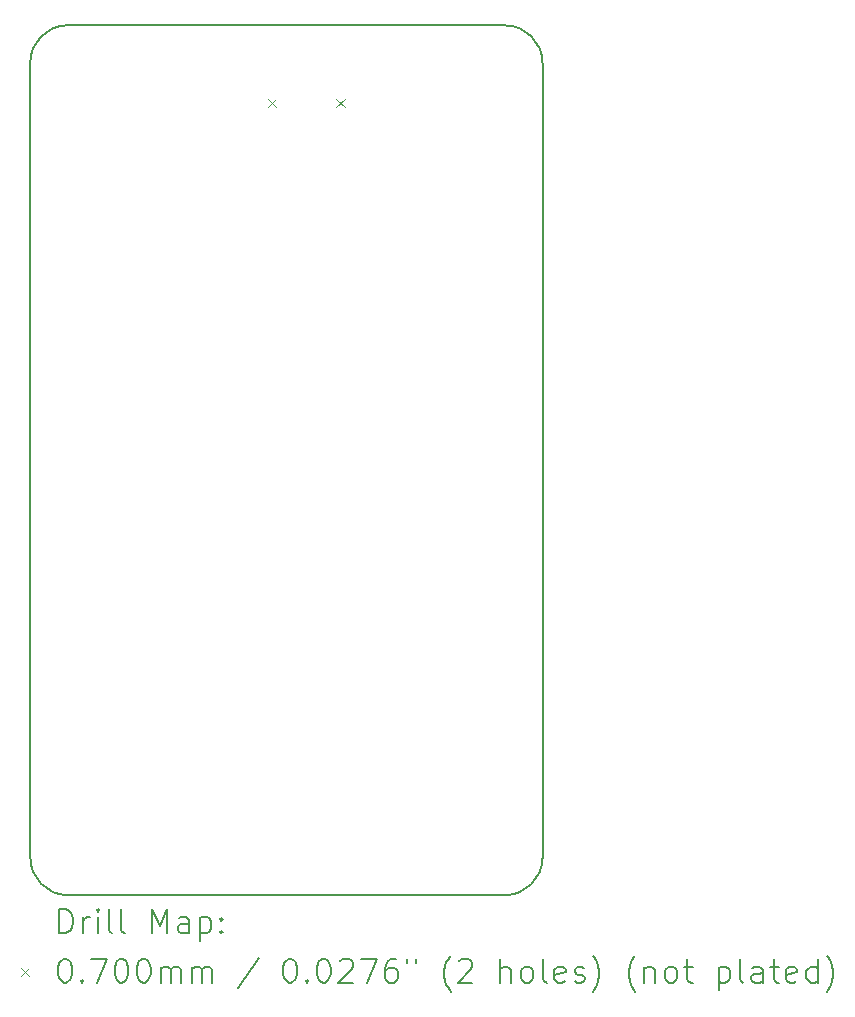
<source format=gbr>
%TF.GenerationSoftware,KiCad,Pcbnew,(6.0.7)*%
%TF.CreationDate,2022-10-20T15:16:30+05:30*%
%TF.ProjectId,lornode,6c6f726e-6f64-4652-9e6b-696361645f70,rev?*%
%TF.SameCoordinates,Original*%
%TF.FileFunction,Drillmap*%
%TF.FilePolarity,Positive*%
%FSLAX45Y45*%
G04 Gerber Fmt 4.5, Leading zero omitted, Abs format (unit mm)*
G04 Created by KiCad (PCBNEW (6.0.7)) date 2022-10-20 15:16:30*
%MOMM*%
%LPD*%
G01*
G04 APERTURE LIST*
%ADD10C,0.200000*%
%ADD11C,0.070000*%
G04 APERTURE END LIST*
D10*
X15430500Y-4572000D02*
G75*
G03*
X15113000Y-4889500I0J-317500D01*
G01*
X15430500Y-4572000D02*
X19132834Y-4572986D01*
X15113986Y-11619514D02*
X15113000Y-4889500D01*
X15113986Y-11619514D02*
G75*
G03*
X15431486Y-11937014I317504J4D01*
G01*
X19450334Y-4890486D02*
G75*
G03*
X19132834Y-4572986I-317504J-4D01*
G01*
X19132834Y-11937014D02*
X15431486Y-11937014D01*
X19132834Y-11937014D02*
G75*
G03*
X19450334Y-11619514I-4J317504D01*
G01*
X19450334Y-4890486D02*
X19450334Y-11619514D01*
D11*
X17127000Y-5198350D02*
X17197000Y-5268350D01*
X17197000Y-5198350D02*
X17127000Y-5268350D01*
X17705000Y-5198350D02*
X17775000Y-5268350D01*
X17775000Y-5198350D02*
X17705000Y-5268350D01*
D10*
X15360619Y-12257490D02*
X15360619Y-12057490D01*
X15408238Y-12057490D01*
X15436809Y-12067014D01*
X15455857Y-12086061D01*
X15465381Y-12105109D01*
X15474905Y-12143204D01*
X15474905Y-12171775D01*
X15465381Y-12209871D01*
X15455857Y-12228918D01*
X15436809Y-12247966D01*
X15408238Y-12257490D01*
X15360619Y-12257490D01*
X15560619Y-12257490D02*
X15560619Y-12124156D01*
X15560619Y-12162252D02*
X15570143Y-12143204D01*
X15579667Y-12133680D01*
X15598714Y-12124156D01*
X15617762Y-12124156D01*
X15684428Y-12257490D02*
X15684428Y-12124156D01*
X15684428Y-12057490D02*
X15674905Y-12067014D01*
X15684428Y-12076537D01*
X15693952Y-12067014D01*
X15684428Y-12057490D01*
X15684428Y-12076537D01*
X15808238Y-12257490D02*
X15789190Y-12247966D01*
X15779667Y-12228918D01*
X15779667Y-12057490D01*
X15913000Y-12257490D02*
X15893952Y-12247966D01*
X15884428Y-12228918D01*
X15884428Y-12057490D01*
X16141571Y-12257490D02*
X16141571Y-12057490D01*
X16208238Y-12200347D01*
X16274905Y-12057490D01*
X16274905Y-12257490D01*
X16455857Y-12257490D02*
X16455857Y-12152728D01*
X16446333Y-12133680D01*
X16427286Y-12124156D01*
X16389190Y-12124156D01*
X16370143Y-12133680D01*
X16455857Y-12247966D02*
X16436809Y-12257490D01*
X16389190Y-12257490D01*
X16370143Y-12247966D01*
X16360619Y-12228918D01*
X16360619Y-12209871D01*
X16370143Y-12190823D01*
X16389190Y-12181299D01*
X16436809Y-12181299D01*
X16455857Y-12171775D01*
X16551095Y-12124156D02*
X16551095Y-12324156D01*
X16551095Y-12133680D02*
X16570143Y-12124156D01*
X16608238Y-12124156D01*
X16627286Y-12133680D01*
X16636809Y-12143204D01*
X16646333Y-12162252D01*
X16646333Y-12219394D01*
X16636809Y-12238442D01*
X16627286Y-12247966D01*
X16608238Y-12257490D01*
X16570143Y-12257490D01*
X16551095Y-12247966D01*
X16732048Y-12238442D02*
X16741571Y-12247966D01*
X16732048Y-12257490D01*
X16722524Y-12247966D01*
X16732048Y-12238442D01*
X16732048Y-12257490D01*
X16732048Y-12133680D02*
X16741571Y-12143204D01*
X16732048Y-12152728D01*
X16722524Y-12143204D01*
X16732048Y-12133680D01*
X16732048Y-12152728D01*
D11*
X15033000Y-12552014D02*
X15103000Y-12622014D01*
X15103000Y-12552014D02*
X15033000Y-12622014D01*
D10*
X15398714Y-12477490D02*
X15417762Y-12477490D01*
X15436809Y-12487014D01*
X15446333Y-12496537D01*
X15455857Y-12515585D01*
X15465381Y-12553680D01*
X15465381Y-12601299D01*
X15455857Y-12639394D01*
X15446333Y-12658442D01*
X15436809Y-12667966D01*
X15417762Y-12677490D01*
X15398714Y-12677490D01*
X15379667Y-12667966D01*
X15370143Y-12658442D01*
X15360619Y-12639394D01*
X15351095Y-12601299D01*
X15351095Y-12553680D01*
X15360619Y-12515585D01*
X15370143Y-12496537D01*
X15379667Y-12487014D01*
X15398714Y-12477490D01*
X15551095Y-12658442D02*
X15560619Y-12667966D01*
X15551095Y-12677490D01*
X15541571Y-12667966D01*
X15551095Y-12658442D01*
X15551095Y-12677490D01*
X15627286Y-12477490D02*
X15760619Y-12477490D01*
X15674905Y-12677490D01*
X15874905Y-12477490D02*
X15893952Y-12477490D01*
X15913000Y-12487014D01*
X15922524Y-12496537D01*
X15932048Y-12515585D01*
X15941571Y-12553680D01*
X15941571Y-12601299D01*
X15932048Y-12639394D01*
X15922524Y-12658442D01*
X15913000Y-12667966D01*
X15893952Y-12677490D01*
X15874905Y-12677490D01*
X15855857Y-12667966D01*
X15846333Y-12658442D01*
X15836809Y-12639394D01*
X15827286Y-12601299D01*
X15827286Y-12553680D01*
X15836809Y-12515585D01*
X15846333Y-12496537D01*
X15855857Y-12487014D01*
X15874905Y-12477490D01*
X16065381Y-12477490D02*
X16084428Y-12477490D01*
X16103476Y-12487014D01*
X16113000Y-12496537D01*
X16122524Y-12515585D01*
X16132048Y-12553680D01*
X16132048Y-12601299D01*
X16122524Y-12639394D01*
X16113000Y-12658442D01*
X16103476Y-12667966D01*
X16084428Y-12677490D01*
X16065381Y-12677490D01*
X16046333Y-12667966D01*
X16036809Y-12658442D01*
X16027286Y-12639394D01*
X16017762Y-12601299D01*
X16017762Y-12553680D01*
X16027286Y-12515585D01*
X16036809Y-12496537D01*
X16046333Y-12487014D01*
X16065381Y-12477490D01*
X16217762Y-12677490D02*
X16217762Y-12544156D01*
X16217762Y-12563204D02*
X16227286Y-12553680D01*
X16246333Y-12544156D01*
X16274905Y-12544156D01*
X16293952Y-12553680D01*
X16303476Y-12572728D01*
X16303476Y-12677490D01*
X16303476Y-12572728D02*
X16313000Y-12553680D01*
X16332048Y-12544156D01*
X16360619Y-12544156D01*
X16379667Y-12553680D01*
X16389190Y-12572728D01*
X16389190Y-12677490D01*
X16484428Y-12677490D02*
X16484428Y-12544156D01*
X16484428Y-12563204D02*
X16493952Y-12553680D01*
X16513000Y-12544156D01*
X16541571Y-12544156D01*
X16560619Y-12553680D01*
X16570143Y-12572728D01*
X16570143Y-12677490D01*
X16570143Y-12572728D02*
X16579667Y-12553680D01*
X16598714Y-12544156D01*
X16627286Y-12544156D01*
X16646333Y-12553680D01*
X16655857Y-12572728D01*
X16655857Y-12677490D01*
X17046333Y-12467966D02*
X16874905Y-12725109D01*
X17303476Y-12477490D02*
X17322524Y-12477490D01*
X17341571Y-12487014D01*
X17351095Y-12496537D01*
X17360619Y-12515585D01*
X17370143Y-12553680D01*
X17370143Y-12601299D01*
X17360619Y-12639394D01*
X17351095Y-12658442D01*
X17341571Y-12667966D01*
X17322524Y-12677490D01*
X17303476Y-12677490D01*
X17284429Y-12667966D01*
X17274905Y-12658442D01*
X17265381Y-12639394D01*
X17255857Y-12601299D01*
X17255857Y-12553680D01*
X17265381Y-12515585D01*
X17274905Y-12496537D01*
X17284429Y-12487014D01*
X17303476Y-12477490D01*
X17455857Y-12658442D02*
X17465381Y-12667966D01*
X17455857Y-12677490D01*
X17446333Y-12667966D01*
X17455857Y-12658442D01*
X17455857Y-12677490D01*
X17589190Y-12477490D02*
X17608238Y-12477490D01*
X17627286Y-12487014D01*
X17636810Y-12496537D01*
X17646333Y-12515585D01*
X17655857Y-12553680D01*
X17655857Y-12601299D01*
X17646333Y-12639394D01*
X17636810Y-12658442D01*
X17627286Y-12667966D01*
X17608238Y-12677490D01*
X17589190Y-12677490D01*
X17570143Y-12667966D01*
X17560619Y-12658442D01*
X17551095Y-12639394D01*
X17541571Y-12601299D01*
X17541571Y-12553680D01*
X17551095Y-12515585D01*
X17560619Y-12496537D01*
X17570143Y-12487014D01*
X17589190Y-12477490D01*
X17732048Y-12496537D02*
X17741571Y-12487014D01*
X17760619Y-12477490D01*
X17808238Y-12477490D01*
X17827286Y-12487014D01*
X17836810Y-12496537D01*
X17846333Y-12515585D01*
X17846333Y-12534633D01*
X17836810Y-12563204D01*
X17722524Y-12677490D01*
X17846333Y-12677490D01*
X17913000Y-12477490D02*
X18046333Y-12477490D01*
X17960619Y-12677490D01*
X18208238Y-12477490D02*
X18170143Y-12477490D01*
X18151095Y-12487014D01*
X18141571Y-12496537D01*
X18122524Y-12525109D01*
X18113000Y-12563204D01*
X18113000Y-12639394D01*
X18122524Y-12658442D01*
X18132048Y-12667966D01*
X18151095Y-12677490D01*
X18189190Y-12677490D01*
X18208238Y-12667966D01*
X18217762Y-12658442D01*
X18227286Y-12639394D01*
X18227286Y-12591775D01*
X18217762Y-12572728D01*
X18208238Y-12563204D01*
X18189190Y-12553680D01*
X18151095Y-12553680D01*
X18132048Y-12563204D01*
X18122524Y-12572728D01*
X18113000Y-12591775D01*
X18303476Y-12477490D02*
X18303476Y-12515585D01*
X18379667Y-12477490D02*
X18379667Y-12515585D01*
X18674905Y-12753680D02*
X18665381Y-12744156D01*
X18646333Y-12715585D01*
X18636810Y-12696537D01*
X18627286Y-12667966D01*
X18617762Y-12620347D01*
X18617762Y-12582252D01*
X18627286Y-12534633D01*
X18636810Y-12506061D01*
X18646333Y-12487014D01*
X18665381Y-12458442D01*
X18674905Y-12448918D01*
X18741571Y-12496537D02*
X18751095Y-12487014D01*
X18770143Y-12477490D01*
X18817762Y-12477490D01*
X18836810Y-12487014D01*
X18846333Y-12496537D01*
X18855857Y-12515585D01*
X18855857Y-12534633D01*
X18846333Y-12563204D01*
X18732048Y-12677490D01*
X18855857Y-12677490D01*
X19093952Y-12677490D02*
X19093952Y-12477490D01*
X19179667Y-12677490D02*
X19179667Y-12572728D01*
X19170143Y-12553680D01*
X19151095Y-12544156D01*
X19122524Y-12544156D01*
X19103476Y-12553680D01*
X19093952Y-12563204D01*
X19303476Y-12677490D02*
X19284429Y-12667966D01*
X19274905Y-12658442D01*
X19265381Y-12639394D01*
X19265381Y-12582252D01*
X19274905Y-12563204D01*
X19284429Y-12553680D01*
X19303476Y-12544156D01*
X19332048Y-12544156D01*
X19351095Y-12553680D01*
X19360619Y-12563204D01*
X19370143Y-12582252D01*
X19370143Y-12639394D01*
X19360619Y-12658442D01*
X19351095Y-12667966D01*
X19332048Y-12677490D01*
X19303476Y-12677490D01*
X19484429Y-12677490D02*
X19465381Y-12667966D01*
X19455857Y-12648918D01*
X19455857Y-12477490D01*
X19636810Y-12667966D02*
X19617762Y-12677490D01*
X19579667Y-12677490D01*
X19560619Y-12667966D01*
X19551095Y-12648918D01*
X19551095Y-12572728D01*
X19560619Y-12553680D01*
X19579667Y-12544156D01*
X19617762Y-12544156D01*
X19636810Y-12553680D01*
X19646333Y-12572728D01*
X19646333Y-12591775D01*
X19551095Y-12610823D01*
X19722524Y-12667966D02*
X19741571Y-12677490D01*
X19779667Y-12677490D01*
X19798714Y-12667966D01*
X19808238Y-12648918D01*
X19808238Y-12639394D01*
X19798714Y-12620347D01*
X19779667Y-12610823D01*
X19751095Y-12610823D01*
X19732048Y-12601299D01*
X19722524Y-12582252D01*
X19722524Y-12572728D01*
X19732048Y-12553680D01*
X19751095Y-12544156D01*
X19779667Y-12544156D01*
X19798714Y-12553680D01*
X19874905Y-12753680D02*
X19884429Y-12744156D01*
X19903476Y-12715585D01*
X19913000Y-12696537D01*
X19922524Y-12667966D01*
X19932048Y-12620347D01*
X19932048Y-12582252D01*
X19922524Y-12534633D01*
X19913000Y-12506061D01*
X19903476Y-12487014D01*
X19884429Y-12458442D01*
X19874905Y-12448918D01*
X20236810Y-12753680D02*
X20227286Y-12744156D01*
X20208238Y-12715585D01*
X20198714Y-12696537D01*
X20189190Y-12667966D01*
X20179667Y-12620347D01*
X20179667Y-12582252D01*
X20189190Y-12534633D01*
X20198714Y-12506061D01*
X20208238Y-12487014D01*
X20227286Y-12458442D01*
X20236810Y-12448918D01*
X20313000Y-12544156D02*
X20313000Y-12677490D01*
X20313000Y-12563204D02*
X20322524Y-12553680D01*
X20341571Y-12544156D01*
X20370143Y-12544156D01*
X20389190Y-12553680D01*
X20398714Y-12572728D01*
X20398714Y-12677490D01*
X20522524Y-12677490D02*
X20503476Y-12667966D01*
X20493952Y-12658442D01*
X20484429Y-12639394D01*
X20484429Y-12582252D01*
X20493952Y-12563204D01*
X20503476Y-12553680D01*
X20522524Y-12544156D01*
X20551095Y-12544156D01*
X20570143Y-12553680D01*
X20579667Y-12563204D01*
X20589190Y-12582252D01*
X20589190Y-12639394D01*
X20579667Y-12658442D01*
X20570143Y-12667966D01*
X20551095Y-12677490D01*
X20522524Y-12677490D01*
X20646333Y-12544156D02*
X20722524Y-12544156D01*
X20674905Y-12477490D02*
X20674905Y-12648918D01*
X20684429Y-12667966D01*
X20703476Y-12677490D01*
X20722524Y-12677490D01*
X20941571Y-12544156D02*
X20941571Y-12744156D01*
X20941571Y-12553680D02*
X20960619Y-12544156D01*
X20998714Y-12544156D01*
X21017762Y-12553680D01*
X21027286Y-12563204D01*
X21036810Y-12582252D01*
X21036810Y-12639394D01*
X21027286Y-12658442D01*
X21017762Y-12667966D01*
X20998714Y-12677490D01*
X20960619Y-12677490D01*
X20941571Y-12667966D01*
X21151095Y-12677490D02*
X21132048Y-12667966D01*
X21122524Y-12648918D01*
X21122524Y-12477490D01*
X21313000Y-12677490D02*
X21313000Y-12572728D01*
X21303476Y-12553680D01*
X21284429Y-12544156D01*
X21246333Y-12544156D01*
X21227286Y-12553680D01*
X21313000Y-12667966D02*
X21293952Y-12677490D01*
X21246333Y-12677490D01*
X21227286Y-12667966D01*
X21217762Y-12648918D01*
X21217762Y-12629871D01*
X21227286Y-12610823D01*
X21246333Y-12601299D01*
X21293952Y-12601299D01*
X21313000Y-12591775D01*
X21379667Y-12544156D02*
X21455857Y-12544156D01*
X21408238Y-12477490D02*
X21408238Y-12648918D01*
X21417762Y-12667966D01*
X21436810Y-12677490D01*
X21455857Y-12677490D01*
X21598714Y-12667966D02*
X21579667Y-12677490D01*
X21541571Y-12677490D01*
X21522524Y-12667966D01*
X21513000Y-12648918D01*
X21513000Y-12572728D01*
X21522524Y-12553680D01*
X21541571Y-12544156D01*
X21579667Y-12544156D01*
X21598714Y-12553680D01*
X21608238Y-12572728D01*
X21608238Y-12591775D01*
X21513000Y-12610823D01*
X21779667Y-12677490D02*
X21779667Y-12477490D01*
X21779667Y-12667966D02*
X21760619Y-12677490D01*
X21722524Y-12677490D01*
X21703476Y-12667966D01*
X21693952Y-12658442D01*
X21684429Y-12639394D01*
X21684429Y-12582252D01*
X21693952Y-12563204D01*
X21703476Y-12553680D01*
X21722524Y-12544156D01*
X21760619Y-12544156D01*
X21779667Y-12553680D01*
X21855857Y-12753680D02*
X21865381Y-12744156D01*
X21884429Y-12715585D01*
X21893952Y-12696537D01*
X21903476Y-12667966D01*
X21913000Y-12620347D01*
X21913000Y-12582252D01*
X21903476Y-12534633D01*
X21893952Y-12506061D01*
X21884429Y-12487014D01*
X21865381Y-12458442D01*
X21855857Y-12448918D01*
M02*

</source>
